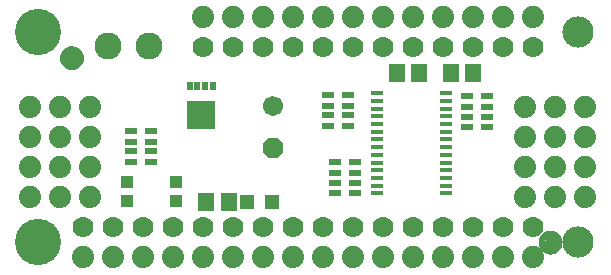
<source format=gbr>
G04 EAGLE Gerber RS-274X export*
G75*
%MOMM*%
%FSLAX34Y34*%
%LPD*%
%INSoldermask Top*%
%IPPOS*%
%AMOC8*
5,1,8,0,0,1.08239X$1,22.5*%
G01*
%ADD10R,1.092200X0.406400*%
%ADD11R,1.401600X1.601600*%
%ADD12C,2.286000*%
%ADD13C,1.101600*%
%ADD14C,0.500000*%
%ADD15R,0.521600X0.801600*%
%ADD16R,2.451600X2.351600*%
%ADD17R,1.301600X1.301600*%
%ADD18P,1.842011X8X292.500000*%
%ADD19C,1.701800*%
%ADD20C,1.879600*%
%ADD21R,1.001600X0.551600*%
%ADD22C,2.641600*%
%ADD23C,3.911600*%
%ADD24C,1.778000*%
%ADD25R,1.001600X1.101600*%


D10*
X312452Y151470D03*
X312452Y144970D03*
X312452Y138470D03*
X312452Y131970D03*
X312452Y125470D03*
X312452Y118970D03*
X312452Y112470D03*
X312452Y105970D03*
X370808Y105970D03*
X370808Y112470D03*
X370808Y118970D03*
X370808Y125470D03*
X370808Y131970D03*
X370808Y138470D03*
X370808Y144970D03*
X370808Y151470D03*
X312452Y99470D03*
X312452Y92970D03*
X370808Y99470D03*
X370808Y92970D03*
X312452Y86470D03*
X312452Y79970D03*
X312452Y73470D03*
X312452Y66970D03*
X370808Y66970D03*
X370808Y73470D03*
X370808Y79970D03*
X370808Y86470D03*
D11*
X394310Y168910D03*
X375310Y168910D03*
X329590Y168910D03*
X348590Y168910D03*
D12*
X84870Y191770D03*
X119870Y191770D03*
D13*
X54460Y181290D03*
D14*
X54460Y188790D02*
X54279Y188788D01*
X54098Y188781D01*
X53917Y188770D01*
X53736Y188755D01*
X53556Y188735D01*
X53376Y188711D01*
X53197Y188683D01*
X53019Y188650D01*
X52842Y188613D01*
X52665Y188572D01*
X52490Y188527D01*
X52315Y188477D01*
X52142Y188423D01*
X51971Y188365D01*
X51800Y188303D01*
X51632Y188236D01*
X51465Y188166D01*
X51299Y188092D01*
X51136Y188013D01*
X50975Y187931D01*
X50815Y187845D01*
X50658Y187755D01*
X50503Y187661D01*
X50350Y187564D01*
X50200Y187462D01*
X50052Y187358D01*
X49906Y187249D01*
X49764Y187138D01*
X49624Y187022D01*
X49487Y186904D01*
X49352Y186782D01*
X49221Y186657D01*
X49093Y186529D01*
X48968Y186398D01*
X48846Y186263D01*
X48728Y186126D01*
X48612Y185986D01*
X48501Y185844D01*
X48392Y185698D01*
X48288Y185550D01*
X48186Y185400D01*
X48089Y185247D01*
X47995Y185092D01*
X47905Y184935D01*
X47819Y184775D01*
X47737Y184614D01*
X47658Y184451D01*
X47584Y184285D01*
X47514Y184118D01*
X47447Y183950D01*
X47385Y183779D01*
X47327Y183608D01*
X47273Y183435D01*
X47223Y183260D01*
X47178Y183085D01*
X47137Y182908D01*
X47100Y182731D01*
X47067Y182553D01*
X47039Y182374D01*
X47015Y182194D01*
X46995Y182014D01*
X46980Y181833D01*
X46969Y181652D01*
X46962Y181471D01*
X46960Y181290D01*
X54460Y188790D02*
X54641Y188788D01*
X54822Y188781D01*
X55003Y188770D01*
X55184Y188755D01*
X55364Y188735D01*
X55544Y188711D01*
X55723Y188683D01*
X55901Y188650D01*
X56078Y188613D01*
X56255Y188572D01*
X56430Y188527D01*
X56605Y188477D01*
X56778Y188423D01*
X56949Y188365D01*
X57120Y188303D01*
X57288Y188236D01*
X57455Y188166D01*
X57621Y188092D01*
X57784Y188013D01*
X57945Y187931D01*
X58105Y187845D01*
X58262Y187755D01*
X58417Y187661D01*
X58570Y187564D01*
X58720Y187462D01*
X58868Y187358D01*
X59014Y187249D01*
X59156Y187138D01*
X59296Y187022D01*
X59433Y186904D01*
X59568Y186782D01*
X59699Y186657D01*
X59827Y186529D01*
X59952Y186398D01*
X60074Y186263D01*
X60192Y186126D01*
X60308Y185986D01*
X60419Y185844D01*
X60528Y185698D01*
X60632Y185550D01*
X60734Y185400D01*
X60831Y185247D01*
X60925Y185092D01*
X61015Y184935D01*
X61101Y184775D01*
X61183Y184614D01*
X61262Y184451D01*
X61336Y184285D01*
X61406Y184118D01*
X61473Y183950D01*
X61535Y183779D01*
X61593Y183608D01*
X61647Y183435D01*
X61697Y183260D01*
X61742Y183085D01*
X61783Y182908D01*
X61820Y182731D01*
X61853Y182553D01*
X61881Y182374D01*
X61905Y182194D01*
X61925Y182014D01*
X61940Y181833D01*
X61951Y181652D01*
X61958Y181471D01*
X61960Y181290D01*
X61958Y181109D01*
X61951Y180928D01*
X61940Y180747D01*
X61925Y180566D01*
X61905Y180386D01*
X61881Y180206D01*
X61853Y180027D01*
X61820Y179849D01*
X61783Y179672D01*
X61742Y179495D01*
X61697Y179320D01*
X61647Y179145D01*
X61593Y178972D01*
X61535Y178801D01*
X61473Y178630D01*
X61406Y178462D01*
X61336Y178295D01*
X61262Y178129D01*
X61183Y177966D01*
X61101Y177805D01*
X61015Y177645D01*
X60925Y177488D01*
X60831Y177333D01*
X60734Y177180D01*
X60632Y177030D01*
X60528Y176882D01*
X60419Y176736D01*
X60308Y176594D01*
X60192Y176454D01*
X60074Y176317D01*
X59952Y176182D01*
X59827Y176051D01*
X59699Y175923D01*
X59568Y175798D01*
X59433Y175676D01*
X59296Y175558D01*
X59156Y175442D01*
X59014Y175331D01*
X58868Y175222D01*
X58720Y175118D01*
X58570Y175016D01*
X58417Y174919D01*
X58262Y174825D01*
X58105Y174735D01*
X57945Y174649D01*
X57784Y174567D01*
X57621Y174488D01*
X57455Y174414D01*
X57288Y174344D01*
X57120Y174277D01*
X56949Y174215D01*
X56778Y174157D01*
X56605Y174103D01*
X56430Y174053D01*
X56255Y174008D01*
X56078Y173967D01*
X55901Y173930D01*
X55723Y173897D01*
X55544Y173869D01*
X55364Y173845D01*
X55184Y173825D01*
X55003Y173810D01*
X54822Y173799D01*
X54641Y173792D01*
X54460Y173790D01*
X54279Y173792D01*
X54098Y173799D01*
X53917Y173810D01*
X53736Y173825D01*
X53556Y173845D01*
X53376Y173869D01*
X53197Y173897D01*
X53019Y173930D01*
X52842Y173967D01*
X52665Y174008D01*
X52490Y174053D01*
X52315Y174103D01*
X52142Y174157D01*
X51971Y174215D01*
X51800Y174277D01*
X51632Y174344D01*
X51465Y174414D01*
X51299Y174488D01*
X51136Y174567D01*
X50975Y174649D01*
X50815Y174735D01*
X50658Y174825D01*
X50503Y174919D01*
X50350Y175016D01*
X50200Y175118D01*
X50052Y175222D01*
X49906Y175331D01*
X49764Y175442D01*
X49624Y175558D01*
X49487Y175676D01*
X49352Y175798D01*
X49221Y175923D01*
X49093Y176051D01*
X48968Y176182D01*
X48846Y176317D01*
X48728Y176454D01*
X48612Y176594D01*
X48501Y176736D01*
X48392Y176882D01*
X48288Y177030D01*
X48186Y177180D01*
X48089Y177333D01*
X47995Y177488D01*
X47905Y177645D01*
X47819Y177805D01*
X47737Y177966D01*
X47658Y178129D01*
X47584Y178295D01*
X47514Y178462D01*
X47447Y178630D01*
X47385Y178801D01*
X47327Y178972D01*
X47273Y179145D01*
X47223Y179320D01*
X47178Y179495D01*
X47137Y179672D01*
X47100Y179849D01*
X47067Y180027D01*
X47039Y180206D01*
X47015Y180386D01*
X46995Y180566D01*
X46980Y180747D01*
X46969Y180928D01*
X46962Y181109D01*
X46960Y181290D01*
D13*
X459730Y25130D03*
D14*
X459730Y32630D02*
X459549Y32628D01*
X459368Y32621D01*
X459187Y32610D01*
X459006Y32595D01*
X458826Y32575D01*
X458646Y32551D01*
X458467Y32523D01*
X458289Y32490D01*
X458112Y32453D01*
X457935Y32412D01*
X457760Y32367D01*
X457585Y32317D01*
X457412Y32263D01*
X457241Y32205D01*
X457070Y32143D01*
X456902Y32076D01*
X456735Y32006D01*
X456569Y31932D01*
X456406Y31853D01*
X456245Y31771D01*
X456085Y31685D01*
X455928Y31595D01*
X455773Y31501D01*
X455620Y31404D01*
X455470Y31302D01*
X455322Y31198D01*
X455176Y31089D01*
X455034Y30978D01*
X454894Y30862D01*
X454757Y30744D01*
X454622Y30622D01*
X454491Y30497D01*
X454363Y30369D01*
X454238Y30238D01*
X454116Y30103D01*
X453998Y29966D01*
X453882Y29826D01*
X453771Y29684D01*
X453662Y29538D01*
X453558Y29390D01*
X453456Y29240D01*
X453359Y29087D01*
X453265Y28932D01*
X453175Y28775D01*
X453089Y28615D01*
X453007Y28454D01*
X452928Y28291D01*
X452854Y28125D01*
X452784Y27958D01*
X452717Y27790D01*
X452655Y27619D01*
X452597Y27448D01*
X452543Y27275D01*
X452493Y27100D01*
X452448Y26925D01*
X452407Y26748D01*
X452370Y26571D01*
X452337Y26393D01*
X452309Y26214D01*
X452285Y26034D01*
X452265Y25854D01*
X452250Y25673D01*
X452239Y25492D01*
X452232Y25311D01*
X452230Y25130D01*
X459730Y32630D02*
X459911Y32628D01*
X460092Y32621D01*
X460273Y32610D01*
X460454Y32595D01*
X460634Y32575D01*
X460814Y32551D01*
X460993Y32523D01*
X461171Y32490D01*
X461348Y32453D01*
X461525Y32412D01*
X461700Y32367D01*
X461875Y32317D01*
X462048Y32263D01*
X462219Y32205D01*
X462390Y32143D01*
X462558Y32076D01*
X462725Y32006D01*
X462891Y31932D01*
X463054Y31853D01*
X463215Y31771D01*
X463375Y31685D01*
X463532Y31595D01*
X463687Y31501D01*
X463840Y31404D01*
X463990Y31302D01*
X464138Y31198D01*
X464284Y31089D01*
X464426Y30978D01*
X464566Y30862D01*
X464703Y30744D01*
X464838Y30622D01*
X464969Y30497D01*
X465097Y30369D01*
X465222Y30238D01*
X465344Y30103D01*
X465462Y29966D01*
X465578Y29826D01*
X465689Y29684D01*
X465798Y29538D01*
X465902Y29390D01*
X466004Y29240D01*
X466101Y29087D01*
X466195Y28932D01*
X466285Y28775D01*
X466371Y28615D01*
X466453Y28454D01*
X466532Y28291D01*
X466606Y28125D01*
X466676Y27958D01*
X466743Y27790D01*
X466805Y27619D01*
X466863Y27448D01*
X466917Y27275D01*
X466967Y27100D01*
X467012Y26925D01*
X467053Y26748D01*
X467090Y26571D01*
X467123Y26393D01*
X467151Y26214D01*
X467175Y26034D01*
X467195Y25854D01*
X467210Y25673D01*
X467221Y25492D01*
X467228Y25311D01*
X467230Y25130D01*
X467228Y24949D01*
X467221Y24768D01*
X467210Y24587D01*
X467195Y24406D01*
X467175Y24226D01*
X467151Y24046D01*
X467123Y23867D01*
X467090Y23689D01*
X467053Y23512D01*
X467012Y23335D01*
X466967Y23160D01*
X466917Y22985D01*
X466863Y22812D01*
X466805Y22641D01*
X466743Y22470D01*
X466676Y22302D01*
X466606Y22135D01*
X466532Y21969D01*
X466453Y21806D01*
X466371Y21645D01*
X466285Y21485D01*
X466195Y21328D01*
X466101Y21173D01*
X466004Y21020D01*
X465902Y20870D01*
X465798Y20722D01*
X465689Y20576D01*
X465578Y20434D01*
X465462Y20294D01*
X465344Y20157D01*
X465222Y20022D01*
X465097Y19891D01*
X464969Y19763D01*
X464838Y19638D01*
X464703Y19516D01*
X464566Y19398D01*
X464426Y19282D01*
X464284Y19171D01*
X464138Y19062D01*
X463990Y18958D01*
X463840Y18856D01*
X463687Y18759D01*
X463532Y18665D01*
X463375Y18575D01*
X463215Y18489D01*
X463054Y18407D01*
X462891Y18328D01*
X462725Y18254D01*
X462558Y18184D01*
X462390Y18117D01*
X462219Y18055D01*
X462048Y17997D01*
X461875Y17943D01*
X461700Y17893D01*
X461525Y17848D01*
X461348Y17807D01*
X461171Y17770D01*
X460993Y17737D01*
X460814Y17709D01*
X460634Y17685D01*
X460454Y17665D01*
X460273Y17650D01*
X460092Y17639D01*
X459911Y17632D01*
X459730Y17630D01*
X459549Y17632D01*
X459368Y17639D01*
X459187Y17650D01*
X459006Y17665D01*
X458826Y17685D01*
X458646Y17709D01*
X458467Y17737D01*
X458289Y17770D01*
X458112Y17807D01*
X457935Y17848D01*
X457760Y17893D01*
X457585Y17943D01*
X457412Y17997D01*
X457241Y18055D01*
X457070Y18117D01*
X456902Y18184D01*
X456735Y18254D01*
X456569Y18328D01*
X456406Y18407D01*
X456245Y18489D01*
X456085Y18575D01*
X455928Y18665D01*
X455773Y18759D01*
X455620Y18856D01*
X455470Y18958D01*
X455322Y19062D01*
X455176Y19171D01*
X455034Y19282D01*
X454894Y19398D01*
X454757Y19516D01*
X454622Y19638D01*
X454491Y19763D01*
X454363Y19891D01*
X454238Y20022D01*
X454116Y20157D01*
X453998Y20294D01*
X453882Y20434D01*
X453771Y20576D01*
X453662Y20722D01*
X453558Y20870D01*
X453456Y21020D01*
X453359Y21173D01*
X453265Y21328D01*
X453175Y21485D01*
X453089Y21645D01*
X453007Y21806D01*
X452928Y21969D01*
X452854Y22135D01*
X452784Y22302D01*
X452717Y22470D01*
X452655Y22641D01*
X452597Y22812D01*
X452543Y22985D01*
X452493Y23160D01*
X452448Y23335D01*
X452407Y23512D01*
X452370Y23689D01*
X452337Y23867D01*
X452309Y24046D01*
X452285Y24226D01*
X452265Y24406D01*
X452250Y24587D01*
X452239Y24768D01*
X452232Y24949D01*
X452230Y25130D01*
D15*
X167210Y157350D03*
X173710Y157350D03*
X160710Y157350D03*
X154210Y157350D03*
D16*
X163960Y132850D03*
D17*
X202860Y59690D03*
X223860Y59690D03*
D11*
X187300Y59690D03*
X168300Y59690D03*
D18*
X224790Y105410D03*
D19*
X224790Y140970D03*
D20*
X438150Y139700D03*
X463550Y139700D03*
X438150Y114300D03*
X463550Y114300D03*
X438150Y88900D03*
X463550Y88900D03*
X438150Y63500D03*
X463550Y63500D03*
X488950Y139700D03*
X488950Y114300D03*
X488950Y88900D03*
X488950Y63500D03*
X69850Y63500D03*
X44450Y63500D03*
X69850Y88900D03*
X44450Y88900D03*
X69850Y114300D03*
X44450Y114300D03*
X69850Y139700D03*
X44450Y139700D03*
X19050Y63500D03*
X19050Y88900D03*
X19050Y114300D03*
X19050Y139700D03*
D21*
X277250Y67010D03*
X294250Y67010D03*
X277250Y76010D03*
X277250Y84010D03*
X277250Y93010D03*
X294250Y93010D03*
X294250Y76010D03*
X294250Y84010D03*
X104530Y93680D03*
X121530Y93680D03*
X104530Y102680D03*
X104530Y110680D03*
X104530Y119680D03*
X121530Y119680D03*
X121530Y102680D03*
X121530Y110680D03*
X287900Y150160D03*
X270900Y150160D03*
X287900Y141160D03*
X287900Y133160D03*
X287900Y124160D03*
X270900Y124160D03*
X270900Y141160D03*
X270900Y133160D03*
X389010Y122890D03*
X406010Y122890D03*
X389010Y131890D03*
X389010Y139890D03*
X389010Y148890D03*
X406010Y148890D03*
X406010Y131890D03*
X406010Y139890D03*
D22*
X482600Y203200D03*
X482600Y25400D03*
D23*
X25400Y203200D03*
X25400Y25400D03*
D20*
X165100Y215900D03*
X190500Y215900D03*
X215900Y215900D03*
X241300Y215900D03*
X266700Y215900D03*
X292100Y215900D03*
X317500Y215900D03*
X342900Y215900D03*
X368300Y215900D03*
X393700Y215900D03*
X419100Y215900D03*
X444500Y215900D03*
X165100Y12700D03*
X190500Y12700D03*
X215900Y12700D03*
X241300Y12700D03*
X266700Y12700D03*
X292100Y12700D03*
X317500Y12700D03*
X342900Y12700D03*
X368300Y12700D03*
X393700Y12700D03*
X419100Y12700D03*
X444500Y12700D03*
X139700Y12700D03*
X114300Y12700D03*
X88900Y12700D03*
X63500Y12700D03*
D24*
X444500Y38100D03*
X419100Y38100D03*
X393700Y38100D03*
X368300Y38100D03*
X342900Y38100D03*
X317500Y38100D03*
X292100Y38100D03*
X266700Y38100D03*
X241300Y38100D03*
X215900Y38100D03*
X190500Y38100D03*
X165100Y38100D03*
X139700Y38100D03*
X114300Y38100D03*
X88900Y38100D03*
X63500Y38100D03*
X165100Y190500D03*
X190500Y190500D03*
X215900Y190500D03*
X241300Y190500D03*
X266700Y190500D03*
X292100Y190500D03*
X317500Y190500D03*
X342900Y190500D03*
X368300Y190500D03*
X393700Y190500D03*
X419100Y190500D03*
X444500Y190500D03*
D25*
X101420Y60580D03*
X101420Y76580D03*
X142420Y76580D03*
X142420Y60580D03*
M02*

</source>
